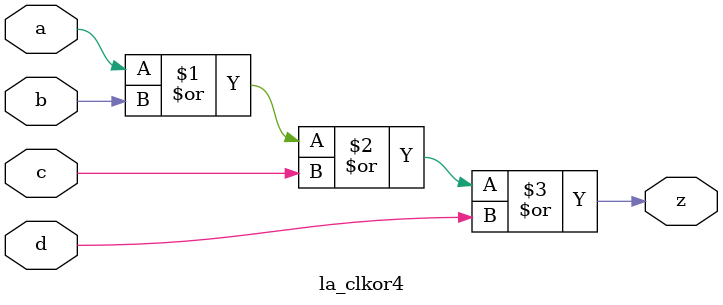
<source format=v>


module la_clkor4 #(
    parameter PROP = "DEFAULT"
) (
    input  a,
    input  b,
    input  c,
    input  d,
    output z
);

    assign z = a | b | c | d;

endmodule

</source>
